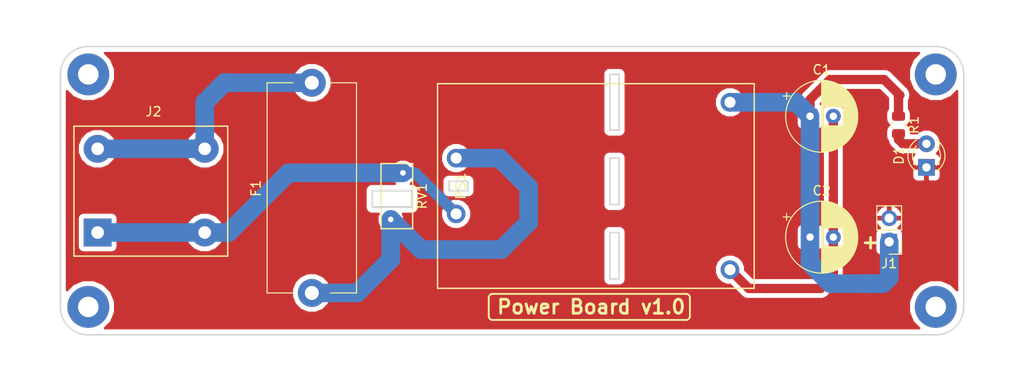
<source format=kicad_pcb>
(kicad_pcb (version 20171130) (host pcbnew "(5.0.1)-3")

  (general
    (thickness 1.6)
    (drawings 38)
    (tracks 48)
    (zones 0)
    (modules 13)
    (nets 8)
  )

  (page A4)
  (layers
    (0 F.Cu signal)
    (31 B.Cu signal)
    (32 B.Adhes user)
    (33 F.Adhes user)
    (34 B.Paste user)
    (35 F.Paste user)
    (36 B.SilkS user)
    (37 F.SilkS user)
    (38 B.Mask user)
    (39 F.Mask user)
    (40 Dwgs.User user)
    (41 Cmts.User user)
    (42 Eco1.User user)
    (43 Eco2.User user)
    (44 Edge.Cuts user)
    (45 Margin user)
    (46 B.CrtYd user)
    (47 F.CrtYd user)
    (48 B.Fab user)
    (49 F.Fab user)
  )

  (setup
    (last_trace_width 1)
    (trace_clearance 0.2)
    (zone_clearance 0.508)
    (zone_45_only no)
    (trace_min 0.2)
    (segment_width 0.2)
    (edge_width 0.15)
    (via_size 0.8)
    (via_drill 0.4)
    (via_min_size 0.4)
    (via_min_drill 0.3)
    (uvia_size 0.3)
    (uvia_drill 0.1)
    (uvias_allowed no)
    (uvia_min_size 0.2)
    (uvia_min_drill 0.1)
    (pcb_text_width 0.3)
    (pcb_text_size 1.5 1.5)
    (mod_edge_width 0.15)
    (mod_text_size 1 1)
    (mod_text_width 0.15)
    (pad_size 4.5 4.5)
    (pad_drill 2.2)
    (pad_to_mask_clearance 0.051)
    (solder_mask_min_width 0.25)
    (aux_axis_origin 0 0)
    (visible_elements 7FFFFFFF)
    (pcbplotparams
      (layerselection 0x010fc_ffffffff)
      (usegerberextensions false)
      (usegerberattributes false)
      (usegerberadvancedattributes false)
      (creategerberjobfile false)
      (excludeedgelayer true)
      (linewidth 0.100000)
      (plotframeref false)
      (viasonmask false)
      (mode 1)
      (useauxorigin false)
      (hpglpennumber 1)
      (hpglpenspeed 20)
      (hpglpendiameter 15.000000)
      (psnegative false)
      (psa4output false)
      (plotreference true)
      (plotvalue true)
      (plotinvisibletext false)
      (padsonsilk false)
      (subtractmaskfromsilk false)
      (outputformat 1)
      (mirror false)
      (drillshape 0)
      (scaleselection 1)
      (outputdirectory "gerber/"))
  )

  (net 0 "")
  (net 1 "Net-(C1-Pad2)")
  (net 2 "Net-(F1-Pad1)")
  (net 3 "Net-(F1-Pad2)")
  (net 4 "Net-(J2-Pad1)")
  (net 5 GND)
  (net 6 5V)
  (net 7 "Net-(D1-Pad2)")

  (net_class Default "This is the default net class."
    (clearance 0.2)
    (trace_width 1)
    (via_dia 0.8)
    (via_drill 0.4)
    (uvia_dia 0.3)
    (uvia_drill 0.1)
    (add_net 5V)
    (add_net GND)
    (add_net "Net-(C1-Pad2)")
    (add_net "Net-(D1-Pad2)")
    (add_net "Net-(F1-Pad1)")
    (add_net "Net-(F1-Pad2)")
    (add_net "Net-(J2-Pad1)")
  )

  (module MountingHole:MountingHole_2.2mm_M2 (layer F.Cu) (tedit 602BD4CB) (tstamp 605961B7)
    (at 148 68)
    (descr "Mounting Hole 2.2mm, no annular, M2")
    (tags "mounting hole 2.2mm no annular m2")
    (attr virtual)
    (fp_text reference MH2 (at 0 -3.2) (layer F.SilkS) hide
      (effects (font (size 1 1) (thickness 0.15)))
    )
    (fp_text value MountingHole_2.2mm_M2 (at 0 3.2) (layer F.Fab)
      (effects (font (size 1 1) (thickness 0.15)))
    )
    (fp_text user %R (at 0.3 0) (layer F.Fab)
      (effects (font (size 1 1) (thickness 0.15)))
    )
    (fp_circle (center 0 0) (end 2.2 0) (layer Cmts.User) (width 0.15))
    (fp_circle (center 0 0) (end 2.45 0) (layer F.CrtYd) (width 0.05))
    (pad "" np_thru_hole circle (at 0 0) (size 4.5 4.5) (drill 2.2) (layers *.Cu *.Mask))
  )

  (module MountingHole:MountingHole_2.2mm_M2 (layer F.Cu) (tedit 602BD4CB) (tstamp 605961A6)
    (at 239 68)
    (descr "Mounting Hole 2.2mm, no annular, M2")
    (tags "mounting hole 2.2mm no annular m2")
    (attr virtual)
    (fp_text reference MH2 (at 0 -3.2) (layer F.SilkS) hide
      (effects (font (size 1 1) (thickness 0.15)))
    )
    (fp_text value MountingHole_2.2mm_M2 (at 0 3.2) (layer F.Fab)
      (effects (font (size 1 1) (thickness 0.15)))
    )
    (fp_circle (center 0 0) (end 2.45 0) (layer F.CrtYd) (width 0.05))
    (fp_circle (center 0 0) (end 2.2 0) (layer Cmts.User) (width 0.15))
    (fp_text user %R (at 0.3 0) (layer F.Fab)
      (effects (font (size 1 1) (thickness 0.15)))
    )
    (pad "" np_thru_hole circle (at 0 0) (size 4.5 4.5) (drill 2.2) (layers *.Cu *.Mask))
  )

  (module MountingHole:MountingHole_2.2mm_M2 (layer F.Cu) (tedit 602BD4CB) (tstamp 6059618D)
    (at 239 43)
    (descr "Mounting Hole 2.2mm, no annular, M2")
    (tags "mounting hole 2.2mm no annular m2")
    (attr virtual)
    (fp_text reference MH2 (at 0 -3.2) (layer F.SilkS) hide
      (effects (font (size 1 1) (thickness 0.15)))
    )
    (fp_text value MountingHole_2.2mm_M2 (at 0 3.2) (layer F.Fab)
      (effects (font (size 1 1) (thickness 0.15)))
    )
    (fp_text user %R (at 0.3 0) (layer F.Fab)
      (effects (font (size 1 1) (thickness 0.15)))
    )
    (fp_circle (center 0 0) (end 2.2 0) (layer Cmts.User) (width 0.15))
    (fp_circle (center 0 0) (end 2.45 0) (layer F.CrtYd) (width 0.05))
    (pad "" np_thru_hole circle (at 0 0) (size 4.5 4.5) (drill 2.2) (layers *.Cu *.Mask))
  )

  (module Fuse:Fuseholder_Cylinder-5x20mm_Stelvio-Kontek_PTF78_Horizontal_Open (layer F.Cu) (tedit 5B7EAE13) (tstamp 602BE6BD)
    (at 172 66.5 90)
    (descr https://www.tme.eu/en/Document/3b48dbe2b9714a62652c97b08fcd464b/PTF78.pdf)
    (tags "Fuseholder horizontal open 5x20 Stelvio-Kontek PTF/78")
    (path /5FFFB33C)
    (fp_text reference F1 (at 11.25 -6 90) (layer F.SilkS)
      (effects (font (size 1 1) (thickness 0.15)))
    )
    (fp_text value Fuse (at 13 6 90) (layer F.Fab)
      (effects (font (size 1 1) (thickness 0.15)))
    )
    (fp_text user %R (at 11.25 4 90) (layer F.Fab)
      (effects (font (size 1 1) (thickness 0.15)))
    )
    (fp_line (start 0.1 -4.7) (end 0.1 4.7) (layer F.Fab) (width 0.1))
    (fp_line (start 0.1 4.7) (end 22.5 4.7) (layer F.Fab) (width 0.1))
    (fp_line (start 22.5 4.7) (end 22.5 -4.7) (layer F.Fab) (width 0.1))
    (fp_line (start 22.5 -4.7) (end 0.1 -4.7) (layer F.Fab) (width 0.1))
    (fp_line (start -0.15 4.95) (end -0.15 1.85) (layer F.CrtYd) (width 0.05))
    (fp_line (start 22.6 4.8) (end 22.6 2) (layer F.SilkS) (width 0.12))
    (fp_line (start 22.6 -2) (end 22.6 -4.8) (layer F.SilkS) (width 0.12))
    (fp_line (start 0 -2) (end 0 -4.8) (layer F.SilkS) (width 0.12))
    (fp_line (start 0 -4.8) (end 22.6 -4.8) (layer F.SilkS) (width 0.12))
    (fp_line (start 22.75 4.95) (end -0.15 4.95) (layer F.CrtYd) (width 0.05))
    (fp_line (start -0.15 -4.95) (end 22.75 -4.95) (layer F.CrtYd) (width 0.05))
    (fp_line (start 0 4.8) (end 22.6 4.8) (layer F.SilkS) (width 0.12))
    (fp_line (start -0.15 -1.85) (end -0.15 -4.95) (layer F.CrtYd) (width 0.05))
    (fp_line (start 22.75 -1.85) (end 22.75 -4.95) (layer F.CrtYd) (width 0.05))
    (fp_line (start 22.75 1.85) (end 22.75 4.95) (layer F.CrtYd) (width 0.05))
    (fp_line (start 0 4.8) (end 0 2) (layer F.SilkS) (width 0.12))
    (fp_line (start 22.75 -1.85) (end 23 -1.85) (layer F.CrtYd) (width 0.05))
    (fp_line (start 24.45 0.45) (end 24.45 -0.45) (layer F.CrtYd) (width 0.05))
    (fp_line (start 24.45 -0.45) (end 24.05 -1.25) (layer F.CrtYd) (width 0.05))
    (fp_line (start 24.05 -1.25) (end 23.35 -1.75) (layer F.CrtYd) (width 0.05))
    (fp_line (start 23.35 -1.75) (end 23 -1.85) (layer F.CrtYd) (width 0.05))
    (fp_line (start 22.75 1.85) (end 23 1.85) (layer F.CrtYd) (width 0.05))
    (fp_line (start 23 1.85) (end 23.35 1.75) (layer F.CrtYd) (width 0.05))
    (fp_line (start 23.35 1.75) (end 24.05 1.25) (layer F.CrtYd) (width 0.05))
    (fp_line (start 24.05 1.25) (end 24.45 0.45) (layer F.CrtYd) (width 0.05))
    (fp_line (start -0.15 -1.85) (end -0.4 -1.85) (layer F.CrtYd) (width 0.05))
    (fp_line (start -0.4 -1.85) (end -0.75 -1.75) (layer F.CrtYd) (width 0.05))
    (fp_line (start -0.75 -1.75) (end -1.45 -1.25) (layer F.CrtYd) (width 0.05))
    (fp_line (start -1.85 -0.45) (end -1.85 0.45) (layer F.CrtYd) (width 0.05))
    (fp_line (start -1.45 1.25) (end -0.75 1.75) (layer F.CrtYd) (width 0.05))
    (fp_line (start -0.75 1.75) (end -0.4 1.85) (layer F.CrtYd) (width 0.05))
    (fp_line (start -0.4 1.85) (end -0.15 1.85) (layer F.CrtYd) (width 0.05))
    (fp_line (start -1.45 1.25) (end -1.85 0.45) (layer F.CrtYd) (width 0.05))
    (fp_line (start -1.85 -0.45) (end -1.45 -1.25) (layer F.CrtYd) (width 0.05))
    (pad 1 thru_hole circle (at 0 0 90) (size 3 3) (drill 1.5) (layers *.Cu *.Mask)
      (net 2 "Net-(F1-Pad1)"))
    (pad 2 thru_hole circle (at 22.6 0 90) (size 3 3) (drill 1.5) (layers *.Cu *.Mask)
      (net 3 "Net-(F1-Pad2)"))
    (model ${KISYS3DMOD}/Fuse.3dshapes/Fuseholder_Cylinder-5x20mm_Stelvio-Kontek_PTF78_Horizontal_Open.wrl
      (at (xyz 0 0 0))
      (scale (xyz 1 1 1))
      (rotate (xyz 0 0 0))
    )
    (model "${KIPRJMOD}/3d-files/Fuse Holder.step"
      (offset (xyz 3.8 22 -8))
      (scale (xyz 1 1 1))
      (rotate (xyz -90 0 0))
    )
  )

  (module Resistor_SMD:R_0805_2012Metric (layer F.Cu) (tedit 5B36C52B) (tstamp 602BE6E4)
    (at 235 48.4375 270)
    (descr "Resistor SMD 0805 (2012 Metric), square (rectangular) end terminal, IPC_7351 nominal, (Body size source: https://docs.google.com/spreadsheets/d/1BsfQQcO9C6DZCsRaXUlFlo91Tg2WpOkGARC1WS5S8t0/edit?usp=sharing), generated with kicad-footprint-generator")
    (tags resistor)
    (path /5FFE8168)
    (attr smd)
    (fp_text reference R1 (at 0 -1.65 270) (layer F.SilkS)
      (effects (font (size 1 1) (thickness 0.15)))
    )
    (fp_text value 220 (at 0 1.65 270) (layer F.Fab)
      (effects (font (size 1 1) (thickness 0.15)))
    )
    (fp_line (start -1 0.6) (end -1 -0.6) (layer F.Fab) (width 0.1))
    (fp_line (start -1 -0.6) (end 1 -0.6) (layer F.Fab) (width 0.1))
    (fp_line (start 1 -0.6) (end 1 0.6) (layer F.Fab) (width 0.1))
    (fp_line (start 1 0.6) (end -1 0.6) (layer F.Fab) (width 0.1))
    (fp_line (start -0.258578 -0.71) (end 0.258578 -0.71) (layer F.SilkS) (width 0.12))
    (fp_line (start -0.258578 0.71) (end 0.258578 0.71) (layer F.SilkS) (width 0.12))
    (fp_line (start -1.68 0.95) (end -1.68 -0.95) (layer F.CrtYd) (width 0.05))
    (fp_line (start -1.68 -0.95) (end 1.68 -0.95) (layer F.CrtYd) (width 0.05))
    (fp_line (start 1.68 -0.95) (end 1.68 0.95) (layer F.CrtYd) (width 0.05))
    (fp_line (start 1.68 0.95) (end -1.68 0.95) (layer F.CrtYd) (width 0.05))
    (fp_text user %R (at 0 0 270) (layer F.Fab)
      (effects (font (size 0.5 0.5) (thickness 0.08)))
    )
    (pad 1 smd roundrect (at -0.9375 0 270) (size 0.975 1.4) (layers F.Cu F.Paste F.Mask) (roundrect_rratio 0.25)
      (net 6 5V))
    (pad 2 smd roundrect (at 0.9375 0 270) (size 0.975 1.4) (layers F.Cu F.Paste F.Mask) (roundrect_rratio 0.25)
      (net 7 "Net-(D1-Pad2)"))
    (model ${KISYS3DMOD}/Resistor_SMD.3dshapes/R_0805_2012Metric.wrl
      (at (xyz 0 0 0))
      (scale (xyz 1 1 1))
      (rotate (xyz 0 0 0))
    )
  )

  (module Varistor:RV_Disc_D7mm_W3.4mm_P5mm (layer F.Cu) (tedit 5A0F68DF) (tstamp 602BEBE0)
    (at 180.48 58.59 90)
    (descr "Varistor, diameter 7mm, width 3.4mm, pitch 5mm")
    (tags "varistor SIOV")
    (path /5FFFB3FA)
    (fp_text reference RV1 (at 2.5 3.35 90) (layer F.SilkS)
      (effects (font (size 1 1) (thickness 0.15)))
    )
    (fp_text value Varistor (at 2.5 -2.05 90) (layer F.Fab)
      (effects (font (size 1 1) (thickness 0.15)))
    )
    (fp_text user %R (at 2.5 0.65 90) (layer F.Fab)
      (effects (font (size 1 1) (thickness 0.15)))
    )
    (fp_line (start -1.25 2.6) (end 6.25 2.6) (layer F.CrtYd) (width 0.05))
    (fp_line (start -1.25 -1.3) (end 6.25 -1.3) (layer F.CrtYd) (width 0.05))
    (fp_line (start 6.25 -1.3) (end 6.25 2.6) (layer F.CrtYd) (width 0.05))
    (fp_line (start -1.25 -1.3) (end -1.25 2.6) (layer F.CrtYd) (width 0.05))
    (fp_line (start -1 2.35) (end 6 2.35) (layer F.SilkS) (width 0.15))
    (fp_line (start -1 -1.05) (end 6 -1.05) (layer F.SilkS) (width 0.15))
    (fp_line (start 6 -1.05) (end 6 2.35) (layer F.SilkS) (width 0.15))
    (fp_line (start -1 -1.05) (end -1 2.35) (layer F.SilkS) (width 0.15))
    (fp_line (start -1 2.35) (end 6 2.35) (layer F.Fab) (width 0.1))
    (fp_line (start -1 -1.05) (end 6 -1.05) (layer F.Fab) (width 0.1))
    (fp_line (start 6 -1.05) (end 6 2.35) (layer F.Fab) (width 0.1))
    (fp_line (start -1 -1.05) (end -1 2.35) (layer F.Fab) (width 0.1))
    (pad 1 thru_hole circle (at 0 0 90) (size 1.6 1.6) (drill 0.6) (layers *.Cu *.Mask)
      (net 2 "Net-(F1-Pad1)"))
    (pad 2 thru_hole circle (at 5 1.3 90) (size 1.6 1.6) (drill 0.6) (layers *.Cu *.Mask)
      (net 4 "Net-(J2-Pad1)"))
    (model ${KISYS3DMOD}/Varistor.3dshapes/RV_Disc_D7mm_W3.4mm_P5mm.wrl
      (at (xyz 0 0 0))
      (scale (xyz 1 1 1))
      (rotate (xyz 0 0 0))
    )
    (model "${KIPRJMOD}/3d-files/Disk Varistor D7,5mm P5mm W4,5mm.stp"
      (offset (xyz 3 0 0))
      (scale (xyz 1 1 1))
      (rotate (xyz 0 0 0))
    )
  )

  (module Pin_Headers:Pin_Header_Straight_1x02_Pitch2.54mm (layer F.Cu) (tedit 59650532) (tstamp 602BEAA2)
    (at 234 61 180)
    (descr "Through hole straight pin header, 1x02, 2.54mm pitch, single row")
    (tags "Through hole pin header THT 1x02 2.54mm single row")
    (path /601116AF)
    (fp_text reference J1 (at 0 -2.33 180) (layer F.SilkS)
      (effects (font (size 1 1) (thickness 0.15)))
    )
    (fp_text value DC-POWER (at 0 4.87 180) (layer F.Fab)
      (effects (font (size 1 1) (thickness 0.15)))
    )
    (fp_line (start -0.635 -1.27) (end 1.27 -1.27) (layer F.Fab) (width 0.1))
    (fp_line (start 1.27 -1.27) (end 1.27 3.81) (layer F.Fab) (width 0.1))
    (fp_line (start 1.27 3.81) (end -1.27 3.81) (layer F.Fab) (width 0.1))
    (fp_line (start -1.27 3.81) (end -1.27 -0.635) (layer F.Fab) (width 0.1))
    (fp_line (start -1.27 -0.635) (end -0.635 -1.27) (layer F.Fab) (width 0.1))
    (fp_line (start -1.33 3.87) (end 1.33 3.87) (layer F.SilkS) (width 0.12))
    (fp_line (start -1.33 1.27) (end -1.33 3.87) (layer F.SilkS) (width 0.12))
    (fp_line (start 1.33 1.27) (end 1.33 3.87) (layer F.SilkS) (width 0.12))
    (fp_line (start -1.33 1.27) (end 1.33 1.27) (layer F.SilkS) (width 0.12))
    (fp_line (start -1.33 0) (end -1.33 -1.33) (layer F.SilkS) (width 0.12))
    (fp_line (start -1.33 -1.33) (end 0 -1.33) (layer F.SilkS) (width 0.12))
    (fp_line (start -1.8 -1.8) (end -1.8 4.35) (layer F.CrtYd) (width 0.05))
    (fp_line (start -1.8 4.35) (end 1.8 4.35) (layer F.CrtYd) (width 0.05))
    (fp_line (start 1.8 4.35) (end 1.8 -1.8) (layer F.CrtYd) (width 0.05))
    (fp_line (start 1.8 -1.8) (end -1.8 -1.8) (layer F.CrtYd) (width 0.05))
    (fp_text user %R (at 0 1.27 270) (layer F.Fab)
      (effects (font (size 1 1) (thickness 0.15)))
    )
    (pad 1 thru_hole rect (at 0 0 180) (size 1.7 1.7) (drill 1) (layers *.Cu *.Mask)
      (net 6 5V))
    (pad 2 thru_hole oval (at 0 2.54 180) (size 1.7 1.7) (drill 1) (layers *.Cu *.Mask)
      (net 5 GND))
    (model ${KISYS3DMOD}/Pin_Headers.3dshapes/Pin_Header_Straight_1x02_Pitch2.54mm.wrl
      (at (xyz 0 0 0))
      (scale (xyz 1 1 1))
      (rotate (xyz 0 0 0))
    )
    (model "${KIPRJMOD}/3d-files/JST 2pin.STEP"
      (offset (xyz 0 -5 5.5))
      (scale (xyz 1 1 1))
      (rotate (xyz 90 90 180))
    )
  )

  (module Capacitor_THT:CP_Radial_D7.5mm_P2.50mm (layer F.Cu) (tedit 5AE50EF0) (tstamp 603B1D5C)
    (at 225.5 47.5)
    (descr "CP, Radial series, Radial, pin pitch=2.50mm, , diameter=7.5mm, Electrolytic Capacitor")
    (tags "CP Radial series Radial pin pitch 2.50mm  diameter 7.5mm Electrolytic Capacitor")
    (path /5FFFF469)
    (fp_text reference C1 (at 1.25 -5) (layer F.SilkS)
      (effects (font (size 1 1) (thickness 0.15)))
    )
    (fp_text value 1uf (at 1.25 5) (layer F.Fab)
      (effects (font (size 1 1) (thickness 0.15)))
    )
    (fp_circle (center 1.25 0) (end 5 0) (layer F.Fab) (width 0.1))
    (fp_circle (center 1.25 0) (end 5.12 0) (layer F.SilkS) (width 0.12))
    (fp_circle (center 1.25 0) (end 5.25 0) (layer F.CrtYd) (width 0.05))
    (fp_line (start -1.961233 -1.6375) (end -1.211233 -1.6375) (layer F.Fab) (width 0.1))
    (fp_line (start -1.586233 -2.0125) (end -1.586233 -1.2625) (layer F.Fab) (width 0.1))
    (fp_line (start 1.25 -3.83) (end 1.25 3.83) (layer F.SilkS) (width 0.12))
    (fp_line (start 1.29 -3.83) (end 1.29 3.83) (layer F.SilkS) (width 0.12))
    (fp_line (start 1.33 -3.83) (end 1.33 3.83) (layer F.SilkS) (width 0.12))
    (fp_line (start 1.37 -3.829) (end 1.37 3.829) (layer F.SilkS) (width 0.12))
    (fp_line (start 1.41 -3.827) (end 1.41 3.827) (layer F.SilkS) (width 0.12))
    (fp_line (start 1.45 -3.825) (end 1.45 3.825) (layer F.SilkS) (width 0.12))
    (fp_line (start 1.49 -3.823) (end 1.49 -1.04) (layer F.SilkS) (width 0.12))
    (fp_line (start 1.49 1.04) (end 1.49 3.823) (layer F.SilkS) (width 0.12))
    (fp_line (start 1.53 -3.82) (end 1.53 -1.04) (layer F.SilkS) (width 0.12))
    (fp_line (start 1.53 1.04) (end 1.53 3.82) (layer F.SilkS) (width 0.12))
    (fp_line (start 1.57 -3.817) (end 1.57 -1.04) (layer F.SilkS) (width 0.12))
    (fp_line (start 1.57 1.04) (end 1.57 3.817) (layer F.SilkS) (width 0.12))
    (fp_line (start 1.61 -3.814) (end 1.61 -1.04) (layer F.SilkS) (width 0.12))
    (fp_line (start 1.61 1.04) (end 1.61 3.814) (layer F.SilkS) (width 0.12))
    (fp_line (start 1.65 -3.81) (end 1.65 -1.04) (layer F.SilkS) (width 0.12))
    (fp_line (start 1.65 1.04) (end 1.65 3.81) (layer F.SilkS) (width 0.12))
    (fp_line (start 1.69 -3.805) (end 1.69 -1.04) (layer F.SilkS) (width 0.12))
    (fp_line (start 1.69 1.04) (end 1.69 3.805) (layer F.SilkS) (width 0.12))
    (fp_line (start 1.73 -3.801) (end 1.73 -1.04) (layer F.SilkS) (width 0.12))
    (fp_line (start 1.73 1.04) (end 1.73 3.801) (layer F.SilkS) (width 0.12))
    (fp_line (start 1.77 -3.795) (end 1.77 -1.04) (layer F.SilkS) (width 0.12))
    (fp_line (start 1.77 1.04) (end 1.77 3.795) (layer F.SilkS) (width 0.12))
    (fp_line (start 1.81 -3.79) (end 1.81 -1.04) (layer F.SilkS) (width 0.12))
    (fp_line (start 1.81 1.04) (end 1.81 3.79) (layer F.SilkS) (width 0.12))
    (fp_line (start 1.85 -3.784) (end 1.85 -1.04) (layer F.SilkS) (width 0.12))
    (fp_line (start 1.85 1.04) (end 1.85 3.784) (layer F.SilkS) (width 0.12))
    (fp_line (start 1.89 -3.777) (end 1.89 -1.04) (layer F.SilkS) (width 0.12))
    (fp_line (start 1.89 1.04) (end 1.89 3.777) (layer F.SilkS) (width 0.12))
    (fp_line (start 1.93 -3.77) (end 1.93 -1.04) (layer F.SilkS) (width 0.12))
    (fp_line (start 1.93 1.04) (end 1.93 3.77) (layer F.SilkS) (width 0.12))
    (fp_line (start 1.971 -3.763) (end 1.971 -1.04) (layer F.SilkS) (width 0.12))
    (fp_line (start 1.971 1.04) (end 1.971 3.763) (layer F.SilkS) (width 0.12))
    (fp_line (start 2.011 -3.755) (end 2.011 -1.04) (layer F.SilkS) (width 0.12))
    (fp_line (start 2.011 1.04) (end 2.011 3.755) (layer F.SilkS) (width 0.12))
    (fp_line (start 2.051 -3.747) (end 2.051 -1.04) (layer F.SilkS) (width 0.12))
    (fp_line (start 2.051 1.04) (end 2.051 3.747) (layer F.SilkS) (width 0.12))
    (fp_line (start 2.091 -3.738) (end 2.091 -1.04) (layer F.SilkS) (width 0.12))
    (fp_line (start 2.091 1.04) (end 2.091 3.738) (layer F.SilkS) (width 0.12))
    (fp_line (start 2.131 -3.729) (end 2.131 -1.04) (layer F.SilkS) (width 0.12))
    (fp_line (start 2.131 1.04) (end 2.131 3.729) (layer F.SilkS) (width 0.12))
    (fp_line (start 2.171 -3.72) (end 2.171 -1.04) (layer F.SilkS) (width 0.12))
    (fp_line (start 2.171 1.04) (end 2.171 3.72) (layer F.SilkS) (width 0.12))
    (fp_line (start 2.211 -3.71) (end 2.211 -1.04) (layer F.SilkS) (width 0.12))
    (fp_line (start 2.211 1.04) (end 2.211 3.71) (layer F.SilkS) (width 0.12))
    (fp_line (start 2.251 -3.699) (end 2.251 -1.04) (layer F.SilkS) (width 0.12))
    (fp_line (start 2.251 1.04) (end 2.251 3.699) (layer F.SilkS) (width 0.12))
    (fp_line (start 2.291 -3.688) (end 2.291 -1.04) (layer F.SilkS) (width 0.12))
    (fp_line (start 2.291 1.04) (end 2.291 3.688) (layer F.SilkS) (width 0.12))
    (fp_line (start 2.331 -3.677) (end 2.331 -1.04) (layer F.SilkS) (width 0.12))
    (fp_line (start 2.331 1.04) (end 2.331 3.677) (layer F.SilkS) (width 0.12))
    (fp_line (start 2.371 -3.665) (end 2.371 -1.04) (layer F.SilkS) (width 0.12))
    (fp_line (start 2.371 1.04) (end 2.371 3.665) (layer F.SilkS) (width 0.12))
    (fp_line (start 2.411 -3.653) (end 2.411 -1.04) (layer F.SilkS) (width 0.12))
    (fp_line (start 2.411 1.04) (end 2.411 3.653) (layer F.SilkS) (width 0.12))
    (fp_line (start 2.451 -3.64) (end 2.451 -1.04) (layer F.SilkS) (width 0.12))
    (fp_line (start 2.451 1.04) (end 2.451 3.64) (layer F.SilkS) (width 0.12))
    (fp_line (start 2.491 -3.626) (end 2.491 -1.04) (layer F.SilkS) (width 0.12))
    (fp_line (start 2.491 1.04) (end 2.491 3.626) (layer F.SilkS) (width 0.12))
    (fp_line (start 2.531 -3.613) (end 2.531 -1.04) (layer F.SilkS) (width 0.12))
    (fp_line (start 2.531 1.04) (end 2.531 3.613) (layer F.SilkS) (width 0.12))
    (fp_line (start 2.571 -3.598) (end 2.571 -1.04) (layer F.SilkS) (width 0.12))
    (fp_line (start 2.571 1.04) (end 2.571 3.598) (layer F.SilkS) (width 0.12))
    (fp_line (start 2.611 -3.584) (end 2.611 -1.04) (layer F.SilkS) (width 0.12))
    (fp_line (start 2.611 1.04) (end 2.611 3.584) (layer F.SilkS) (width 0.12))
    (fp_line (start 2.651 -3.568) (end 2.651 -1.04) (layer F.SilkS) (width 0.12))
    (fp_line (start 2.651 1.04) (end 2.651 3.568) (layer F.SilkS) (width 0.12))
    (fp_line (start 2.691 -3.553) (end 2.691 -1.04) (layer F.SilkS) (width 0.12))
    (fp_line (start 2.691 1.04) (end 2.691 3.553) (layer F.SilkS) (width 0.12))
    (fp_line (start 2.731 -3.536) (end 2.731 -1.04) (layer F.SilkS) (width 0.12))
    (fp_line (start 2.731 1.04) (end 2.731 3.536) (layer F.SilkS) (width 0.12))
    (fp_line (start 2.771 -3.52) (end 2.771 -1.04) (layer F.SilkS) (width 0.12))
    (fp_line (start 2.771 1.04) (end 2.771 3.52) (layer F.SilkS) (width 0.12))
    (fp_line (start 2.811 -3.502) (end 2.811 -1.04) (layer F.SilkS) (width 0.12))
    (fp_line (start 2.811 1.04) (end 2.811 3.502) (layer F.SilkS) (width 0.12))
    (fp_line (start 2.851 -3.484) (end 2.851 -1.04) (layer F.SilkS) (width 0.12))
    (fp_line (start 2.851 1.04) (end 2.851 3.484) (layer F.SilkS) (width 0.12))
    (fp_line (start 2.891 -3.466) (end 2.891 -1.04) (layer F.SilkS) (width 0.12))
    (fp_line (start 2.891 1.04) (end 2.891 3.466) (layer F.SilkS) (width 0.12))
    (fp_line (start 2.931 -3.447) (end 2.931 -1.04) (layer F.SilkS) (width 0.12))
    (fp_line (start 2.931 1.04) (end 2.931 3.447) (layer F.SilkS) (width 0.12))
    (fp_line (start 2.971 -3.427) (end 2.971 -1.04) (layer F.SilkS) (width 0.12))
    (fp_line (start 2.971 1.04) (end 2.971 3.427) (layer F.SilkS) (width 0.12))
    (fp_line (start 3.011 -3.407) (end 3.011 -1.04) (layer F.SilkS) (width 0.12))
    (fp_line (start 3.011 1.04) (end 3.011 3.407) (layer F.SilkS) (width 0.12))
    (fp_line (start 3.051 -3.386) (end 3.051 -1.04) (layer F.SilkS) (width 0.12))
    (fp_line (start 3.051 1.04) (end 3.051 3.386) (layer F.SilkS) (width 0.12))
    (fp_line (start 3.091 -3.365) (end 3.091 -1.04) (layer F.SilkS) (width 0.12))
    (fp_line (start 3.091 1.04) (end 3.091 3.365) (layer F.SilkS) (width 0.12))
    (fp_line (start 3.131 -3.343) (end 3.131 -1.04) (layer F.SilkS) (width 0.12))
    (fp_line (start 3.131 1.04) (end 3.131 3.343) (layer F.SilkS) (width 0.12))
    (fp_line (start 3.171 -3.321) (end 3.171 -1.04) (layer F.SilkS) (width 0.12))
    (fp_line (start 3.171 1.04) (end 3.171 3.321) (layer F.SilkS) (width 0.12))
    (fp_line (start 3.211 -3.297) (end 3.211 -1.04) (layer F.SilkS) (width 0.12))
    (fp_line (start 3.211 1.04) (end 3.211 3.297) (layer F.SilkS) (width 0.12))
    (fp_line (start 3.251 -3.274) (end 3.251 -1.04) (layer F.SilkS) (width 0.12))
    (fp_line (start 3.251 1.04) (end 3.251 3.274) (layer F.SilkS) (width 0.12))
    (fp_line (start 3.291 -3.249) (end 3.291 -1.04) (layer F.SilkS) (width 0.12))
    (fp_line (start 3.291 1.04) (end 3.291 3.249) (layer F.SilkS) (width 0.12))
    (fp_line (start 3.331 -3.224) (end 3.331 -1.04) (layer F.SilkS) (width 0.12))
    (fp_line (start 3.331 1.04) (end 3.331 3.224) (layer F.SilkS) (width 0.12))
    (fp_line (start 3.371 -3.198) (end 3.371 -1.04) (layer F.SilkS) (width 0.12))
    (fp_line (start 3.371 1.04) (end 3.371 3.198) (layer F.SilkS) (width 0.12))
    (fp_line (start 3.411 -3.172) (end 3.411 -1.04) (layer F.SilkS) (width 0.12))
    (fp_line (start 3.411 1.04) (end 3.411 3.172) (layer F.SilkS) (width 0.12))
    (fp_line (start 3.451 -3.144) (end 3.451 -1.04) (layer F.SilkS) (width 0.12))
    (fp_line (start 3.451 1.04) (end 3.451 3.144) (layer F.SilkS) (width 0.12))
    (fp_line (start 3.491 -3.116) (end 3.491 -1.04) (layer F.SilkS) (width 0.12))
    (fp_line (start 3.491 1.04) (end 3.491 3.116) (layer F.SilkS) (width 0.12))
    (fp_line (start 3.531 -3.088) (end 3.531 -1.04) (layer F.SilkS) (width 0.12))
    (fp_line (start 3.531 1.04) (end 3.531 3.088) (layer F.SilkS) (width 0.12))
    (fp_line (start 3.571 -3.058) (end 3.571 3.058) (layer F.SilkS) (width 0.12))
    (fp_line (start 3.611 -3.028) (end 3.611 3.028) (layer F.SilkS) (width 0.12))
    (fp_line (start 3.651 -2.996) (end 3.651 2.996) (layer F.SilkS) (width 0.12))
    (fp_line (start 3.691 -2.964) (end 3.691 2.964) (layer F.SilkS) (width 0.12))
    (fp_line (start 3.731 -2.931) (end 3.731 2.931) (layer F.SilkS) (width 0.12))
    (fp_line (start 3.771 -2.898) (end 3.771 2.898) (layer F.SilkS) (width 0.12))
    (fp_line (start 3.811 -2.863) (end 3.811 2.863) (layer F.SilkS) (width 0.12))
    (fp_line (start 3.851 -2.827) (end 3.851 2.827) (layer F.SilkS) (width 0.12))
    (fp_line (start 3.891 -2.79) (end 3.891 2.79) (layer F.SilkS) (width 0.12))
    (fp_line (start 3.931 -2.752) (end 3.931 2.752) (layer F.SilkS) (width 0.12))
    (fp_line (start 3.971 -2.713) (end 3.971 2.713) (layer F.SilkS) (width 0.12))
    (fp_line (start 4.011 -2.673) (end 4.011 2.673) (layer F.SilkS) (width 0.12))
    (fp_line (start 4.051 -2.632) (end 4.051 2.632) (layer F.SilkS) (width 0.12))
    (fp_line (start 4.091 -2.589) (end 4.091 2.589) (layer F.SilkS) (width 0.12))
    (fp_line (start 4.131 -2.546) (end 4.131 2.546) (layer F.SilkS) (width 0.12))
    (fp_line (start 4.171 -2.5) (end 4.171 2.5) (layer F.SilkS) (width 0.12))
    (fp_line (start 4.211 -2.454) (end 4.211 2.454) (layer F.SilkS) (width 0.12))
    (fp_line (start 4.251 -2.405) (end 4.251 2.405) (layer F.SilkS) (width 0.12))
    (fp_line (start 4.291 -2.355) (end 4.291 2.355) (layer F.SilkS) (width 0.12))
    (fp_line (start 4.331 -2.304) (end 4.331 2.304) (layer F.SilkS) (width 0.12))
    (fp_line (start 4.371 -2.25) (end 4.371 2.25) (layer F.SilkS) (width 0.12))
    (fp_line (start 4.411 -2.195) (end 4.411 2.195) (layer F.SilkS) (width 0.12))
    (fp_line (start 4.451 -2.137) (end 4.451 2.137) (layer F.SilkS) (width 0.12))
    (fp_line (start 4.491 -2.077) (end 4.491 2.077) (layer F.SilkS) (width 0.12))
    (fp_line (start 4.531 -2.014) (end 4.531 2.014) (layer F.SilkS) (width 0.12))
    (fp_line (start 4.571 -1.949) (end 4.571 1.949) (layer F.SilkS) (width 0.12))
    (fp_line (start 4.611 -1.881) (end 4.611 1.881) (layer F.SilkS) (width 0.12))
    (fp_line (start 4.651 -1.809) (end 4.651 1.809) (layer F.SilkS) (width 0.12))
    (fp_line (start 4.691 -1.733) (end 4.691 1.733) (layer F.SilkS) (width 0.12))
    (fp_line (start 4.731 -1.654) (end 4.731 1.654) (layer F.SilkS) (width 0.12))
    (fp_line (start 4.771 -1.569) (end 4.771 1.569) (layer F.SilkS) (width 0.12))
    (fp_line (start 4.811 -1.478) (end 4.811 1.478) (layer F.SilkS) (width 0.12))
    (fp_line (start 4.851 -1.381) (end 4.851 1.381) (layer F.SilkS) (width 0.12))
    (fp_line (start 4.891 -1.275) (end 4.891 1.275) (layer F.SilkS) (width 0.12))
    (fp_line (start 4.931 -1.158) (end 4.931 1.158) (layer F.SilkS) (width 0.12))
    (fp_line (start 4.971 -1.028) (end 4.971 1.028) (layer F.SilkS) (width 0.12))
    (fp_line (start 5.011 -0.877) (end 5.011 0.877) (layer F.SilkS) (width 0.12))
    (fp_line (start 5.051 -0.693) (end 5.051 0.693) (layer F.SilkS) (width 0.12))
    (fp_line (start 5.091 -0.441) (end 5.091 0.441) (layer F.SilkS) (width 0.12))
    (fp_line (start -2.892211 -2.175) (end -2.142211 -2.175) (layer F.SilkS) (width 0.12))
    (fp_line (start -2.517211 -2.55) (end -2.517211 -1.8) (layer F.SilkS) (width 0.12))
    (fp_text user %R (at 1.25 0) (layer F.Fab)
      (effects (font (size 1 1) (thickness 0.15)))
    )
    (pad 1 thru_hole rect (at 0 0) (size 1.6 1.6) (drill 0.8) (layers *.Cu *.Mask)
      (net 6 5V))
    (pad 2 thru_hole circle (at 2.5 0) (size 1.6 1.6) (drill 0.8) (layers *.Cu *.Mask)
      (net 1 "Net-(C1-Pad2)"))
    (model ${KISYS3DMOD}/Capacitor_THT.3dshapes/CP_Radial_D7.5mm_P2.50mm.wrl
      (at (xyz 0 0 0))
      (scale (xyz 1 1 1))
      (rotate (xyz 0 0 0))
    )
  )

  (module Capacitor_THT:CP_Radial_D7.5mm_P2.50mm (layer F.Cu) (tedit 5AE50EF0) (tstamp 603B1DFE)
    (at 225.5 60.5)
    (descr "CP, Radial series, Radial, pin pitch=2.50mm, , diameter=7.5mm, Electrolytic Capacitor")
    (tags "CP Radial series Radial pin pitch 2.50mm  diameter 7.5mm Electrolytic Capacitor")
    (path /60000640)
    (fp_text reference C2 (at 1.25 -5) (layer F.SilkS)
      (effects (font (size 1 1) (thickness 0.15)))
    )
    (fp_text value 220UF (at 1.25 5) (layer F.Fab)
      (effects (font (size 1 1) (thickness 0.15)))
    )
    (fp_text user %R (at 1.25 0) (layer F.Fab)
      (effects (font (size 1 1) (thickness 0.15)))
    )
    (fp_line (start -2.517211 -2.55) (end -2.517211 -1.8) (layer F.SilkS) (width 0.12))
    (fp_line (start -2.892211 -2.175) (end -2.142211 -2.175) (layer F.SilkS) (width 0.12))
    (fp_line (start 5.091 -0.441) (end 5.091 0.441) (layer F.SilkS) (width 0.12))
    (fp_line (start 5.051 -0.693) (end 5.051 0.693) (layer F.SilkS) (width 0.12))
    (fp_line (start 5.011 -0.877) (end 5.011 0.877) (layer F.SilkS) (width 0.12))
    (fp_line (start 4.971 -1.028) (end 4.971 1.028) (layer F.SilkS) (width 0.12))
    (fp_line (start 4.931 -1.158) (end 4.931 1.158) (layer F.SilkS) (width 0.12))
    (fp_line (start 4.891 -1.275) (end 4.891 1.275) (layer F.SilkS) (width 0.12))
    (fp_line (start 4.851 -1.381) (end 4.851 1.381) (layer F.SilkS) (width 0.12))
    (fp_line (start 4.811 -1.478) (end 4.811 1.478) (layer F.SilkS) (width 0.12))
    (fp_line (start 4.771 -1.569) (end 4.771 1.569) (layer F.SilkS) (width 0.12))
    (fp_line (start 4.731 -1.654) (end 4.731 1.654) (layer F.SilkS) (width 0.12))
    (fp_line (start 4.691 -1.733) (end 4.691 1.733) (layer F.SilkS) (width 0.12))
    (fp_line (start 4.651 -1.809) (end 4.651 1.809) (layer F.SilkS) (width 0.12))
    (fp_line (start 4.611 -1.881) (end 4.611 1.881) (layer F.SilkS) (width 0.12))
    (fp_line (start 4.571 -1.949) (end 4.571 1.949) (layer F.SilkS) (width 0.12))
    (fp_line (start 4.531 -2.014) (end 4.531 2.014) (layer F.SilkS) (width 0.12))
    (fp_line (start 4.491 -2.077) (end 4.491 2.077) (layer F.SilkS) (width 0.12))
    (fp_line (start 4.451 -2.137) (end 4.451 2.137) (layer F.SilkS) (width 0.12))
    (fp_line (start 4.411 -2.195) (end 4.411 2.195) (layer F.SilkS) (width 0.12))
    (fp_line (start 4.371 -2.25) (end 4.371 2.25) (layer F.SilkS) (width 0.12))
    (fp_line (start 4.331 -2.304) (end 4.331 2.304) (layer F.SilkS) (width 0.12))
    (fp_line (start 4.291 -2.355) (end 4.291 2.355) (layer F.SilkS) (width 0.12))
    (fp_line (start 4.251 -2.405) (end 4.251 2.405) (layer F.SilkS) (width 0.12))
    (fp_line (start 4.211 -2.454) (end 4.211 2.454) (layer F.SilkS) (width 0.12))
    (fp_line (start 4.171 -2.5) (end 4.171 2.5) (layer F.SilkS) (width 0.12))
    (fp_line (start 4.131 -2.546) (end 4.131 2.546) (layer F.SilkS) (width 0.12))
    (fp_line (start 4.091 -2.589) (end 4.091 2.589) (layer F.SilkS) (width 0.12))
    (fp_line (start 4.051 -2.632) (end 4.051 2.632) (layer F.SilkS) (width 0.12))
    (fp_line (start 4.011 -2.673) (end 4.011 2.673) (layer F.SilkS) (width 0.12))
    (fp_line (start 3.971 -2.713) (end 3.971 2.713) (layer F.SilkS) (width 0.12))
    (fp_line (start 3.931 -2.752) (end 3.931 2.752) (layer F.SilkS) (width 0.12))
    (fp_line (start 3.891 -2.79) (end 3.891 2.79) (layer F.SilkS) (width 0.12))
    (fp_line (start 3.851 -2.827) (end 3.851 2.827) (layer F.SilkS) (width 0.12))
    (fp_line (start 3.811 -2.863) (end 3.811 2.863) (layer F.SilkS) (width 0.12))
    (fp_line (start 3.771 -2.898) (end 3.771 2.898) (layer F.SilkS) (width 0.12))
    (fp_line (start 3.731 -2.931) (end 3.731 2.931) (layer F.SilkS) (width 0.12))
    (fp_line (start 3.691 -2.964) (end 3.691 2.964) (layer F.SilkS) (width 0.12))
    (fp_line (start 3.651 -2.996) (end 3.651 2.996) (layer F.SilkS) (width 0.12))
    (fp_line (start 3.611 -3.028) (end 3.611 3.028) (layer F.SilkS) (width 0.12))
    (fp_line (start 3.571 -3.058) (end 3.571 3.058) (layer F.SilkS) (width 0.12))
    (fp_line (start 3.531 1.04) (end 3.531 3.088) (layer F.SilkS) (width 0.12))
    (fp_line (start 3.531 -3.088) (end 3.531 -1.04) (layer F.SilkS) (width 0.12))
    (fp_line (start 3.491 1.04) (end 3.491 3.116) (layer F.SilkS) (width 0.12))
    (fp_line (start 3.491 -3.116) (end 3.491 -1.04) (layer F.SilkS) (width 0.12))
    (fp_line (start 3.451 1.04) (end 3.451 3.144) (layer F.SilkS) (width 0.12))
    (fp_line (start 3.451 -3.144) (end 3.451 -1.04) (layer F.SilkS) (width 0.12))
    (fp_line (start 3.411 1.04) (end 3.411 3.172) (layer F.SilkS) (width 0.12))
    (fp_line (start 3.411 -3.172) (end 3.411 -1.04) (layer F.SilkS) (width 0.12))
    (fp_line (start 3.371 1.04) (end 3.371 3.198) (layer F.SilkS) (width 0.12))
    (fp_line (start 3.371 -3.198) (end 3.371 -1.04) (layer F.SilkS) (width 0.12))
    (fp_line (start 3.331 1.04) (end 3.331 3.224) (layer F.SilkS) (width 0.12))
    (fp_line (start 3.331 -3.224) (end 3.331 -1.04) (layer F.SilkS) (width 0.12))
    (fp_line (start 3.291 1.04) (end 3.291 3.249) (layer F.SilkS) (width 0.12))
    (fp_line (start 3.291 -3.249) (end 3.291 -1.04) (layer F.SilkS) (width 0.12))
    (fp_line (start 3.251 1.04) (end 3.251 3.274) (layer F.SilkS) (width 0.12))
    (fp_line (start 3.251 -3.274) (end 3.251 -1.04) (layer F.SilkS) (width 0.12))
    (fp_line (start 3.211 1.04) (end 3.211 3.297) (layer F.SilkS) (width 0.12))
    (fp_line (start 3.211 -3.297) (end 3.211 -1.04) (layer F.SilkS) (width 0.12))
    (fp_line (start 3.171 1.04) (end 3.171 3.321) (layer F.SilkS) (width 0.12))
    (fp_line (start 3.171 -3.321) (end 3.171 -1.04) (layer F.SilkS) (width 0.12))
    (fp_line (start 3.131 1.04) (end 3.131 3.343) (layer F.SilkS) (width 0.12))
    (fp_line (start 3.131 -3.343) (end 3.131 -1.04) (layer F.SilkS) (width 0.12))
    (fp_line (start 3.091 1.04) (end 3.091 3.365) (layer F.SilkS) (width 0.12))
    (fp_line (start 3.091 -3.365) (end 3.091 -1.04) (layer F.SilkS) (width 0.12))
    (fp_line (start 3.051 1.04) (end 3.051 3.386) (layer F.SilkS) (width 0.12))
    (fp_line (start 3.051 -3.386) (end 3.051 -1.04) (layer F.SilkS) (width 0.12))
    (fp_line (start 3.011 1.04) (end 3.011 3.407) (layer F.SilkS) (width 0.12))
    (fp_line (start 3.011 -3.407) (end 3.011 -1.04) (layer F.SilkS) (width 0.12))
    (fp_line (start 2.971 1.04) (end 2.971 3.427) (layer F.SilkS) (width 0.12))
    (fp_line (start 2.971 -3.427) (end 2.971 -1.04) (layer F.SilkS) (width 0.12))
    (fp_line (start 2.931 1.04) (end 2.931 3.447) (layer F.SilkS) (width 0.12))
    (fp_line (start 2.931 -3.447) (end 2.931 -1.04) (layer F.SilkS) (width 0.12))
    (fp_line (start 2.891 1.04) (end 2.891 3.466) (layer F.SilkS) (width 0.12))
    (fp_line (start 2.891 -3.466) (end 2.891 -1.04) (layer F.SilkS) (width 0.12))
    (fp_line (start 2.851 1.04) (end 2.851 3.484) (layer F.SilkS) (width 0.12))
    (fp_line (start 2.851 -3.484) (end 2.851 -1.04) (layer F.SilkS) (width 0.12))
    (fp_line (start 2.811 1.04) (end 2.811 3.502) (layer F.SilkS) (width 0.12))
    (fp_line (start 2.811 -3.502) (end 2.811 -1.04) (layer F.SilkS) (width 0.12))
    (fp_line (start 2.771 1.04) (end 2.771 3.52) (layer F.SilkS) (width 0.12))
    (fp_line (start 2.771 -3.52) (end 2.771 -1.04) (layer F.SilkS) (width 0.12))
    (fp_line (start 2.731 1.04) (end 2.731 3.536) (layer F.SilkS) (width 0.12))
    (fp_line (start 2.731 -3.536) (end 2.731 -1.04) (layer F.SilkS) (width 0.12))
    (fp_line (start 2.691 1.04) (end 2.691 3.553) (layer F.SilkS) (width 0.12))
    (fp_line (start 2.691 -3.553) (end 2.691 -1.04) (layer F.SilkS) (width 0.12))
    (fp_line (start 2.651 1.04) (end 2.651 3.568) (layer F.SilkS) (width 0.12))
    (fp_line (start 2.651 -3.568) (end 2.651 -1.04) (layer F.SilkS) (width 0.12))
    (fp_line (start 2.611 1.04) (end 2.611 3.584) (layer F.SilkS) (width 0.12))
    (fp_line (start 2.611 -3.584) (end 2.611 -1.04) (layer F.SilkS) (width 0.12))
    (fp_line (start 2.571 1.04) (end 2.571 3.598) (layer F.SilkS) (width 0.12))
    (fp_line (start 2.571 -3.598) (end 2.571 -1.04) (layer F.SilkS) (width 0.12))
    (fp_line (start 2.531 1.04) (end 2.531 3.613) (layer F.SilkS) (width 0.12))
    (fp_line (start 2.531 -3.613) (end 2.531 -1.04) (layer F.SilkS) (width 0.12))
    (fp_line (start 2.491 1.04) (end 2.491 3.626) (layer F.SilkS) (width 0.12))
    (fp_line (start 2.491 -3.626) (end 2.491 -1.04) (layer F.SilkS) (width 0.12))
    (fp_line (start 2.451 1.04) (end 2.451 3.64) (layer F.SilkS) (width 0.12))
    (fp_line (start 2.451 -3.64) (end 2.451 -1.04) (layer F.SilkS) (width 0.12))
    (fp_line (start 2.411 1.04) (end 2.411 3.653) (layer F.SilkS) (width 0.12))
    (fp_line (start 2.411 -3.653) (end 2.411 -1.04) (layer F.SilkS) (width 0.12))
    (fp_line (start 2.371 1.04) (end 2.371 3.665) (layer F.SilkS) (width 0.12))
    (fp_line (start 2.371 -3.665) (end 2.371 -1.04) (layer F.SilkS) (width 0.12))
    (fp_line (start 2.331 1.04) (end 2.331 3.677) (layer F.SilkS) (width 0.12))
    (fp_line (start 2.331 -3.677) (end 2.331 -1.04) (layer F.SilkS) (width 0.12))
    (fp_line (start 2.291 1.04) (end 2.291 3.688) (layer F.SilkS) (width 0.12))
    (fp_line (start 2.291 -3.688) (end 2.291 -1.04) (layer F.SilkS) (width 0.12))
    (fp_line (start 2.251 1.04) (end 2.251 3.699) (layer F.SilkS) (width 0.12))
    (fp_line (start 2.251 -3.699) (end 2.251 -1.04) (layer F.SilkS) (width 0.12))
    (fp_line (start 2.211 1.04) (end 2.211 3.71) (layer F.SilkS) (width 0.12))
    (fp_line (start 2.211 -3.71) (end 2.211 -1.04) (layer F.SilkS) (width 0.12))
    (fp_line (start 2.171 1.04) (end 2.171 3.72) (layer F.SilkS) (width 0.12))
    (fp_line (start 2.171 -3.72) (end 2.171 -1.04) (layer F.SilkS) (width 0.12))
    (fp_line (start 2.131 1.04) (end 2.131 3.729) (layer F.SilkS) (width 0.12))
    (fp_line (start 2.131 -3.729) (end 2.131 -1.04) (layer F.SilkS) (width 0.12))
    (fp_line (start 2.091 1.04) (end 2.091 3.738) (layer F.SilkS) (width 0.12))
    (fp_line (start 2.091 -3.738) (end 2.091 -1.04) (layer F.SilkS) (width 0.12))
    (fp_line (start 2.051 1.04) (end 2.051 3.747) (layer F.SilkS) (width 0.12))
    (fp_line (start 2.051 -3.747) (end 2.051 -1.04) (layer F.SilkS) (width 0.12))
    (fp_line (start 2.011 1.04) (end 2.011 3.755) (layer F.SilkS) (width 0.12))
    (fp_line (start 2.011 -3.755) (end 2.011 -1.04) (layer F.SilkS) (width 0.12))
    (fp_line (start 1.971 1.04) (end 1.971 3.763) (layer F.SilkS) (width 0.12))
    (fp_line (start 1.971 -3.763) (end 1.971 -1.04) (layer F.SilkS) (width 0.12))
    (fp_line (start 1.93 1.04) (end 1.93 3.77) (layer F.SilkS) (width 0.12))
    (fp_line (start 1.93 -3.77) (end 1.93 -1.04) (layer F.SilkS) (width 0.12))
    (fp_line (start 1.89 1.04) (end 1.89 3.777) (layer F.SilkS) (width 0.12))
    (fp_line (start 1.89 -3.777) (end 1.89 -1.04) (layer F.SilkS) (width 0.12))
    (fp_line (start 1.85 1.04) (end 1.85 3.784) (layer F.SilkS) (width 0.12))
    (fp_line (start 1.85 -3.784) (end 1.85 -1.04) (layer F.SilkS) (width 0.12))
    (fp_line (start 1.81 1.04) (end 1.81 3.79) (layer F.SilkS) (width 0.12))
    (fp_line (start 1.81 -3.79) (end 1.81 -1.04) (layer F.SilkS) (width 0.12))
    (fp_line (start 1.77 1.04) (end 1.77 3.795) (layer F.SilkS) (width 0.12))
    (fp_line (start 1.77 -3.795) (end 1.77 -1.04) (layer F.SilkS) (width 0.12))
    (fp_line (start 1.73 1.04) (end 1.73 3.801) (layer F.SilkS) (width 0.12))
    (fp_line (start 1.73 -3.801) (end 1.73 -1.04) (layer F.SilkS) (width 0.12))
    (fp_line (start 1.69 1.04) (end 1.69 3.805) (layer F.SilkS) (width 0.12))
    (fp_line (start 1.69 -3.805) (end 1.69 -1.04) (layer F.SilkS) (width 0.12))
    (fp_line (start 1.65 1.04) (end 1.65 3.81) (layer F.SilkS) (width 0.12))
    (fp_line (start 1.65 -3.81) (end 1.65 -1.04) (layer F.SilkS) (width 0.12))
    (fp_line (start 1.61 1.04) (end 1.61 3.814) (layer F.SilkS) (width 0.12))
    (fp_line (start 1.61 -3.814) (end 1.61 -1.04) (layer F.SilkS) (width 0.12))
    (fp_line (start 1.57 1.04) (end 1.57 3.817) (layer F.SilkS) (width 0.12))
    (fp_line (start 1.57 -3.817) (end 1.57 -1.04) (layer F.SilkS) (width 0.12))
    (fp_line (start 1.53 1.04) (end 1.53 3.82) (layer F.SilkS) (width 0.12))
    (fp_line (start 1.53 -3.82) (end 1.53 -1.04) (layer F.SilkS) (width 0.12))
    (fp_line (start 1.49 1.04) (end 1.49 3.823) (layer F.SilkS) (width 0.12))
    (fp_line (start 1.49 -3.823) (end 1.49 -1.04) (layer F.SilkS) (width 0.12))
    (fp_line (start 1.45 -3.825) (end 1.45 3.825) (layer F.SilkS) (width 0.12))
    (fp_line (start 1.41 -3.827) (end 1.41 3.827) (layer F.SilkS) (width 0.12))
    (fp_line (start 1.37 -3.829) (end 1.37 3.829) (layer F.SilkS) (width 0.12))
    (fp_line (start 1.33 -3.83) (end 1.33 3.83) (layer F.SilkS) (width 0.12))
    (fp_line (start 1.29 -3.83) (end 1.29 3.83) (layer F.SilkS) (width 0.12))
    (fp_line (start 1.25 -3.83) (end 1.25 3.83) (layer F.SilkS) (width 0.12))
    (fp_line (start -1.586233 -2.0125) (end -1.586233 -1.2625) (layer F.Fab) (width 0.1))
    (fp_line (start -1.961233 -1.6375) (end -1.211233 -1.6375) (layer F.Fab) (width 0.1))
    (fp_circle (center 1.25 0) (end 5.25 0) (layer F.CrtYd) (width 0.05))
    (fp_circle (center 1.25 0) (end 5.12 0) (layer F.SilkS) (width 0.12))
    (fp_circle (center 1.25 0) (end 5 0) (layer F.Fab) (width 0.1))
    (pad 2 thru_hole circle (at 2.5 0) (size 1.6 1.6) (drill 0.8) (layers *.Cu *.Mask)
      (net 1 "Net-(C1-Pad2)"))
    (pad 1 thru_hole rect (at 0 0) (size 1.6 1.6) (drill 0.8) (layers *.Cu *.Mask)
      (net 6 5V))
    (model ${KISYS3DMOD}/Capacitor_THT.3dshapes/CP_Radial_D7.5mm_P2.50mm.wrl
      (at (xyz 0 0 0))
      (scale (xyz 1 1 1))
      (rotate (xyz 0 0 0))
    )
  )

  (module LED_THT:LED_D3.0mm (layer F.Cu) (tedit 587A3A7B) (tstamp 603B1EA0)
    (at 238 53 90)
    (descr "LED, diameter 3.0mm, 2 pins")
    (tags "LED diameter 3.0mm 2 pins")
    (path /602B9F8F)
    (fp_text reference D1 (at 1.27 -2.96 90) (layer F.SilkS)
      (effects (font (size 1 1) (thickness 0.15)))
    )
    (fp_text value LED (at 1.27 2.96 90) (layer F.Fab)
      (effects (font (size 1 1) (thickness 0.15)))
    )
    (fp_arc (start 1.27 0) (end -0.23 -1.16619) (angle 284.3) (layer F.Fab) (width 0.1))
    (fp_arc (start 1.27 0) (end -0.29 -1.235516) (angle 108.8) (layer F.SilkS) (width 0.12))
    (fp_arc (start 1.27 0) (end -0.29 1.235516) (angle -108.8) (layer F.SilkS) (width 0.12))
    (fp_arc (start 1.27 0) (end 0.229039 -1.08) (angle 87.9) (layer F.SilkS) (width 0.12))
    (fp_arc (start 1.27 0) (end 0.229039 1.08) (angle -87.9) (layer F.SilkS) (width 0.12))
    (fp_circle (center 1.27 0) (end 2.77 0) (layer F.Fab) (width 0.1))
    (fp_line (start -0.23 -1.16619) (end -0.23 1.16619) (layer F.Fab) (width 0.1))
    (fp_line (start -0.29 -1.236) (end -0.29 -1.08) (layer F.SilkS) (width 0.12))
    (fp_line (start -0.29 1.08) (end -0.29 1.236) (layer F.SilkS) (width 0.12))
    (fp_line (start -1.15 -2.25) (end -1.15 2.25) (layer F.CrtYd) (width 0.05))
    (fp_line (start -1.15 2.25) (end 3.7 2.25) (layer F.CrtYd) (width 0.05))
    (fp_line (start 3.7 2.25) (end 3.7 -2.25) (layer F.CrtYd) (width 0.05))
    (fp_line (start 3.7 -2.25) (end -1.15 -2.25) (layer F.CrtYd) (width 0.05))
    (pad 1 thru_hole rect (at 0 0 90) (size 1.8 1.8) (drill 0.9) (layers *.Cu *.Mask)
      (net 5 GND))
    (pad 2 thru_hole circle (at 2.54 0 90) (size 1.8 1.8) (drill 0.9) (layers *.Cu *.Mask)
      (net 7 "Net-(D1-Pad2)"))
    (model ${KISYS3DMOD}/LED_THT.3dshapes/LED_D3.0mm.wrl
      (at (xyz 0 0 0))
      (scale (xyz 1 1 1))
      (rotate (xyz 0 0 0))
    )
  )

  (module "dual terminal:dual terminal" (layer F.Cu) (tedit 5D5A577D) (tstamp 603B1EB2)
    (at 149 60 90)
    (path /5FFFD964)
    (fp_text reference J2 (at 13 6 180) (layer F.SilkS)
      (effects (font (size 1 1) (thickness 0.15)))
    )
    (fp_text value AC (at 5.1816 15.82928 90) (layer F.Fab)
      (effects (font (size 1 1) (thickness 0.15)))
    )
    (fp_line (start -2.54 -2.54) (end 11.43 -2.54) (layer F.SilkS) (width 0.15))
    (fp_line (start 11.43 -2.54) (end 11.43 13.97) (layer F.SilkS) (width 0.15))
    (fp_line (start 11.43 13.97) (end -2.54 13.97) (layer F.SilkS) (width 0.15))
    (fp_line (start -2.54 13.97) (end -2.54 -2.54) (layer F.SilkS) (width 0.15))
    (pad 1 thru_hole rect (at 0 0 90) (size 3 3) (drill 1.36) (layers *.Cu *.Mask)
      (net 4 "Net-(J2-Pad1)"))
    (pad 2 thru_hole circle (at 9 0 90) (size 3 3) (drill 1.36) (layers *.Cu *.Mask)
      (net 3 "Net-(F1-Pad2)"))
    (pad 1 thru_hole circle (at 0 11.5 90) (size 3 3) (drill 1.36) (layers *.Cu *.Mask)
      (net 4 "Net-(J2-Pad1)"))
    (pad 2 thru_hole circle (at 9 11.5 90) (size 3 3) (drill 1.36) (layers *.Cu *.Mask)
      (net 3 "Net-(F1-Pad2)"))
  )

  (module Buck_3A:HLK-5M05 (layer F.Cu) (tedit 602BAB9B) (tstamp 60595BE3)
    (at 187.5 55 90)
    (path /600309D5)
    (fp_text reference PS1 (at 0 0.5 90) (layer F.SilkS)
      (effects (font (size 1 1) (thickness 0.15)))
    )
    (fp_text value "POWER SUPPLY" (at 0 -0.5 90) (layer F.Fab)
      (effects (font (size 1 1) (thickness 0.15)))
    )
    (fp_line (start -11 -2) (end -11 32) (layer F.SilkS) (width 0.15))
    (fp_line (start 11 32) (end -11 32) (layer F.SilkS) (width 0.15))
    (fp_line (start 11 -2) (end 11 32) (layer F.SilkS) (width 0.15))
    (fp_line (start -11 -2) (end 11 -2) (layer F.SilkS) (width 0.15))
    (pad 4 thru_hole circle (at 9 29.4 90) (size 2 2) (drill 1.2) (layers *.Cu *.Mask)
      (net 6 5V))
    (pad 3 thru_hole circle (at -9 29.4 90) (size 2 2) (drill 1.2) (layers *.Cu *.Mask)
      (net 1 "Net-(C1-Pad2)"))
    (pad 2 thru_hole circle (at 3 0 90) (size 2 2) (drill 1.2) (layers *.Cu *.Mask)
      (net 2 "Net-(F1-Pad1)"))
    (pad 1 thru_hole circle (at -3 0 90) (size 2 2) (drill 1.2) (layers *.Cu *.Mask)
      (net 4 "Net-(J2-Pad1)"))
    (model "${KIPRJMOD}/3d-files/AC DC HLK-5M05 .step"
      (offset (xyz 0 2 7.5))
      (scale (xyz 0.8 0.85 0.8))
      (rotate (xyz 180 90 0))
    )
  )

  (module MountingHole:MountingHole_2.2mm_M2 (layer F.Cu) (tedit 602BD4BD) (tstamp 6059603E)
    (at 148 43)
    (descr "Mounting Hole 2.2mm, no annular, M2")
    (tags "mounting hole 2.2mm no annular m2")
    (attr virtual)
    (fp_text reference MH1 (at 0 -3.2) (layer F.SilkS) hide
      (effects (font (size 1 1) (thickness 0.15)))
    )
    (fp_text value MountingHole_2.2mm_M2 (at 0 3.2) (layer F.Fab)
      (effects (font (size 1 1) (thickness 0.15)))
    )
    (fp_circle (center 0 0) (end 2.45 0) (layer F.CrtYd) (width 0.05))
    (fp_circle (center 0 0) (end 2.2 0) (layer Cmts.User) (width 0.15))
    (fp_text user %R (at 0.3 0) (layer F.Fab)
      (effects (font (size 1 1) (thickness 0.15)))
    )
    (pad "" np_thru_hole circle (at 0 0) (size 4.5 4.5) (drill 2.2) (layers *.Cu *.Mask))
  )

  (gr_arc (start 191.4 69) (end 191 69) (angle -90) (layer F.SilkS) (width 0.2))
  (gr_arc (start 191.4 67) (end 191.4 66.6) (angle -90) (layer F.SilkS) (width 0.2))
  (gr_arc (start 212.2 67) (end 212.6 67) (angle -90) (layer F.SilkS) (width 0.2))
  (gr_arc (start 212.2 69) (end 212.2 69.4) (angle -90) (layer F.SilkS) (width 0.2))
  (gr_line (start 191.4 69.4) (end 212.2 69.4) (layer F.SilkS) (width 0.2))
  (gr_line (start 212.6 67) (end 212.6 69) (layer F.SilkS) (width 0.2))
  (gr_line (start 191.4 66.6) (end 212.2 66.6) (layer F.SilkS) (width 0.2))
  (gr_line (start 191 69) (end 191 67) (layer F.SilkS) (width 0.2))
  (gr_text "Power Board v1.0" (at 202 68) (layer F.SilkS)
    (effects (font (size 1.5 1.5) (thickness 0.3)))
  )
  (gr_text + (at 232 61) (layer F.SilkS)
    (effects (font (size 1.5 1.5) (thickness 0.3)))
  )
  (gr_line (start 186.75 55.5) (end 186.75 54.5) (layer Edge.Cuts) (width 0.2))
  (gr_line (start 188.75 55.5) (end 186.75 55.5) (layer Edge.Cuts) (width 0.2))
  (gr_line (start 188.75 54.5) (end 188.75 55.5) (layer Edge.Cuts) (width 0.2))
  (gr_line (start 186.75 54.5) (end 188.75 54.5) (layer Edge.Cuts) (width 0.2))
  (gr_line (start 178.5 57.25) (end 178.5 55.5) (layer Edge.Cuts) (width 0.2))
  (gr_line (start 182.75 57.25) (end 178.5 57.25) (layer Edge.Cuts) (width 0.2))
  (gr_line (start 182.75 55.5) (end 182.75 57.25) (layer Edge.Cuts) (width 0.2))
  (gr_line (start 178.5 55.5) (end 182.75 55.5) (layer Edge.Cuts) (width 0.2))
  (gr_arc (start 239 43) (end 242 43) (angle -90) (layer Edge.Cuts) (width 0.15))
  (gr_arc (start 239 68) (end 239 71) (angle -90) (layer Edge.Cuts) (width 0.15))
  (gr_arc (start 148 68) (end 145 68) (angle -90) (layer Edge.Cuts) (width 0.15))
  (gr_arc (start 148 43) (end 148 40) (angle -90) (layer Edge.Cuts) (width 0.15))
  (gr_line (start 145 68) (end 145 43) (layer Edge.Cuts) (width 0.15))
  (gr_line (start 239 71) (end 148 71) (layer Edge.Cuts) (width 0.15))
  (gr_line (start 242 43) (end 242 68) (layer Edge.Cuts) (width 0.15))
  (gr_line (start 148 40) (end 239 40) (layer Edge.Cuts) (width 0.15))
  (gr_line (start 204 65) (end 204 60) (layer Edge.Cuts) (width 0.15))
  (gr_line (start 205 65) (end 204 65) (layer Edge.Cuts) (width 0.15))
  (gr_line (start 205 60) (end 205 65) (layer Edge.Cuts) (width 0.15))
  (gr_line (start 204 60) (end 205 60) (layer Edge.Cuts) (width 0.15))
  (gr_line (start 204 57) (end 204 52) (layer Edge.Cuts) (width 0.15))
  (gr_line (start 205 57) (end 204 57) (layer Edge.Cuts) (width 0.15))
  (gr_line (start 205 52) (end 205 57) (layer Edge.Cuts) (width 0.15))
  (gr_line (start 204 52) (end 205 52) (layer Edge.Cuts) (width 0.15))
  (gr_line (start 204 49) (end 204 43) (layer Edge.Cuts) (width 0.15))
  (gr_line (start 205 49) (end 204 49) (layer Edge.Cuts) (width 0.15))
  (gr_line (start 205 43) (end 205 49) (layer Edge.Cuts) (width 0.15))
  (gr_line (start 204 43) (end 205 43) (layer Edge.Cuts) (width 0.15))

  (segment (start 228 47.5) (end 228 60.5) (width 1) (layer F.Cu) (net 1))
  (segment (start 228 64.65) (end 228 60.5) (width 1) (layer F.Cu) (net 1))
  (segment (start 226.63 66.02) (end 228 64.65) (width 1) (layer F.Cu) (net 1))
  (segment (start 216.9 64) (end 218.92 66.02) (width 1) (layer F.Cu) (net 1))
  (segment (start 218.92 66.02) (end 226.63 66.02) (width 1) (layer F.Cu) (net 1))
  (segment (start 172 66.5) (end 176.88 66.5) (width 2) (layer B.Cu) (net 2))
  (segment (start 180.48 62.9) (end 180.48 58.59) (width 2) (layer B.Cu) (net 2))
  (segment (start 176.88 66.5) (end 180.48 62.9) (width 2) (layer B.Cu) (net 2))
  (segment (start 180.48 58.59) (end 183.73 61.84) (width 2) (layer B.Cu) (net 2))
  (segment (start 187.5 52) (end 192.16 52) (width 2) (layer B.Cu) (net 2))
  (segment (start 192.16 52) (end 192.66 52.5) (width 2) (layer B.Cu) (net 2))
  (segment (start 195.29 55.13) (end 192.66 52.5) (width 2) (layer B.Cu) (net 2))
  (segment (start 195.29 58.9) (end 195.29 55.13) (width 2) (layer B.Cu) (net 2))
  (segment (start 192.35 61.84) (end 195.29 58.9) (width 2) (layer B.Cu) (net 2))
  (segment (start 183.73 61.84) (end 192.35 61.84) (width 2) (layer B.Cu) (net 2))
  (segment (start 149 51) (end 160.5 51) (width 2) (layer B.Cu) (net 3))
  (segment (start 162.69 43.9) (end 172 43.9) (width 2) (layer B.Cu) (net 3))
  (segment (start 162.65 43.86) (end 162.69 43.9) (width 2) (layer B.Cu) (net 3))
  (segment (start 160.5 51) (end 160.5 46.01) (width 2) (layer B.Cu) (net 3))
  (segment (start 160.5 46.01) (end 162.65 43.86) (width 2) (layer B.Cu) (net 3))
  (segment (start 149 60) (end 160.5 60) (width 2) (layer B.Cu) (net 4))
  (segment (start 160.5 60) (end 163.08 60) (width 2) (layer B.Cu) (net 4))
  (segment (start 169.49 53.59) (end 181.78 53.59) (width 2) (layer B.Cu) (net 4))
  (segment (start 163.08 60) (end 169.49 53.59) (width 2) (layer B.Cu) (net 4))
  (segment (start 183.09 53.59) (end 187.5 58) (width 1.2) (layer B.Cu) (net 4))
  (segment (start 181.78 53.59) (end 183.09 53.59) (width 1.2) (layer B.Cu) (net 4))
  (segment (start 225.5 47.5) (end 225.5 60.5) (width 2) (layer B.Cu) (net 6))
  (segment (start 225.3 47.3) (end 225.5 47.5) (width 2) (layer B.Cu) (net 6))
  (segment (start 225.5 63.3) (end 227.7 65.5) (width 2) (layer B.Cu) (net 6))
  (segment (start 225.5 60.5) (end 225.5 63.3) (width 2) (layer B.Cu) (net 6))
  (segment (start 225.5 45.7) (end 227.65 43.55) (width 1) (layer F.Cu) (net 6))
  (segment (start 225.5 47.5) (end 225.5 45.7) (width 1) (layer F.Cu) (net 6))
  (segment (start 227.65 43.55) (end 233.46 43.55) (width 1) (layer F.Cu) (net 6))
  (segment (start 233.46 43.55) (end 235.14 45.23) (width 1) (layer F.Cu) (net 6))
  (segment (start 235 45.37) (end 235 47.5) (width 1) (layer F.Cu) (net 6))
  (segment (start 235.14 45.23) (end 235 45.37) (width 1) (layer F.Cu) (net 6))
  (segment (start 224 46) (end 225.5 47.5) (width 2) (layer B.Cu) (net 6))
  (segment (start 216.9 46) (end 224 46) (width 2) (layer B.Cu) (net 6))
  (segment (start 232.35 65.5) (end 231 65.5) (width 2) (layer B.Cu) (net 6))
  (segment (start 227.7 65.5) (end 231 65.5) (width 2) (layer B.Cu) (net 6))
  (segment (start 231 65.5) (end 232.15 65.5) (width 2) (layer B.Cu) (net 6))
  (segment (start 234 63) (end 234 64.85) (width 2) (layer B.Cu) (net 6))
  (segment (start 234 64.85) (end 233.35 65.5) (width 2) (layer B.Cu) (net 6))
  (segment (start 233.35 65.5) (end 232.15 65.5) (width 2) (layer B.Cu) (net 6))
  (segment (start 234 61) (end 234 63) (width 2) (layer B.Cu) (net 6))
  (segment (start 235 49.375) (end 235 50) (width 1) (layer F.Cu) (net 7))
  (segment (start 235.46 50.46) (end 238 50.46) (width 1) (layer F.Cu) (net 7))
  (segment (start 235 50) (end 235.46 50.46) (width 1) (layer F.Cu) (net 7))

  (zone (net 5) (net_name GND) (layer F.Cu) (tstamp 0) (hatch edge 0.508)
    (connect_pads (clearance 0.508))
    (min_thickness 0.254)
    (fill yes (arc_segments 16) (thermal_gap 0.508) (thermal_bridge_width 0.508))
    (polygon
      (pts
        (xy 140 35) (xy 245 35) (xy 245 75) (xy 140 75)
      )
    )
    (filled_polygon
      (pts
        (xy 236.554216 41.365779) (xy 236.115 42.426138) (xy 236.115 43.573862) (xy 236.554216 44.634221) (xy 237.365779 45.445784)
        (xy 238.426138 45.885) (xy 239.573862 45.885) (xy 240.634221 45.445784) (xy 241.29 44.790005) (xy 241.290001 66.209996)
        (xy 240.634221 65.554216) (xy 239.573862 65.115) (xy 238.426138 65.115) (xy 237.365779 65.554216) (xy 236.554216 66.365779)
        (xy 236.115 67.426138) (xy 236.115 68.573862) (xy 236.554216 69.634221) (xy 237.209995 70.29) (xy 149.790005 70.29)
        (xy 150.445784 69.634221) (xy 150.885 68.573862) (xy 150.885 67.426138) (xy 150.445784 66.365779) (xy 150.155327 66.075322)
        (xy 169.865 66.075322) (xy 169.865 66.924678) (xy 170.190034 67.70938) (xy 170.79062 68.309966) (xy 171.575322 68.635)
        (xy 172.424678 68.635) (xy 173.20938 68.309966) (xy 173.809966 67.70938) (xy 174.135 66.924678) (xy 174.135 66.075322)
        (xy 173.809966 65.29062) (xy 173.20938 64.690034) (xy 172.424678 64.365) (xy 171.575322 64.365) (xy 170.79062 64.690034)
        (xy 170.190034 65.29062) (xy 169.865 66.075322) (xy 150.155327 66.075322) (xy 149.634221 65.554216) (xy 148.573862 65.115)
        (xy 147.426138 65.115) (xy 146.365779 65.554216) (xy 145.71 66.209995) (xy 145.71 58.5) (xy 146.85256 58.5)
        (xy 146.85256 61.5) (xy 146.901843 61.747765) (xy 147.042191 61.957809) (xy 147.252235 62.098157) (xy 147.5 62.14744)
        (xy 150.5 62.14744) (xy 150.747765 62.098157) (xy 150.957809 61.957809) (xy 151.098157 61.747765) (xy 151.14744 61.5)
        (xy 151.14744 59.575322) (xy 158.365 59.575322) (xy 158.365 60.424678) (xy 158.690034 61.20938) (xy 159.29062 61.809966)
        (xy 160.075322 62.135) (xy 160.924678 62.135) (xy 161.70938 61.809966) (xy 162.309966 61.20938) (xy 162.635 60.424678)
        (xy 162.635 59.575322) (xy 162.309966 58.79062) (xy 161.70938 58.190034) (xy 160.924678 57.865) (xy 160.075322 57.865)
        (xy 159.29062 58.190034) (xy 158.690034 58.79062) (xy 158.365 59.575322) (xy 151.14744 59.575322) (xy 151.14744 58.5)
        (xy 151.098157 58.252235) (xy 150.957809 58.042191) (xy 150.747765 57.901843) (xy 150.5 57.85256) (xy 147.5 57.85256)
        (xy 147.252235 57.901843) (xy 147.042191 58.042191) (xy 146.901843 58.252235) (xy 146.85256 58.5) (xy 145.71 58.5)
        (xy 145.71 55.5) (xy 177.750601 55.5) (xy 177.765001 55.572393) (xy 177.765 57.177611) (xy 177.750601 57.25)
        (xy 177.807646 57.536783) (xy 177.912078 57.693076) (xy 177.970095 57.779905) (xy 178.213217 57.942354) (xy 178.5 57.999399)
        (xy 178.572388 57.985) (xy 179.177367 57.985) (xy 179.045 58.304561) (xy 179.045 58.875439) (xy 179.263466 59.402862)
        (xy 179.667138 59.806534) (xy 180.194561 60.025) (xy 180.765439 60.025) (xy 180.825794 60) (xy 203.276091 60)
        (xy 203.290001 60.069931) (xy 203.29 64.930074) (xy 203.276091 65) (xy 203.331195 65.277028) (xy 203.488119 65.511881)
        (xy 203.722972 65.668805) (xy 204 65.723909) (xy 204.069925 65.71) (xy 204.930075 65.71) (xy 205 65.723909)
        (xy 205.277028 65.668805) (xy 205.511881 65.511881) (xy 205.668805 65.277028) (xy 205.71 65.069926) (xy 205.71 65.069925)
        (xy 205.723909 65) (xy 205.71 64.930074) (xy 205.71 63.674778) (xy 215.265 63.674778) (xy 215.265 64.325222)
        (xy 215.513914 64.926153) (xy 215.973847 65.386086) (xy 216.574778 65.635) (xy 216.929869 65.635) (xy 218.038389 66.743521)
        (xy 218.101711 66.838289) (xy 218.477145 67.089146) (xy 218.808217 67.155) (xy 218.919999 67.177235) (xy 219.031781 67.155)
        (xy 226.518217 67.155) (xy 226.63 67.177235) (xy 226.741783 67.155) (xy 227.072855 67.089146) (xy 227.448289 66.838289)
        (xy 227.511612 66.743519) (xy 228.723524 65.531609) (xy 228.818289 65.468289) (xy 229.069146 65.092855) (xy 229.135 64.761783)
        (xy 229.135 64.761782) (xy 229.157235 64.65) (xy 229.135 64.538217) (xy 229.135 61.394396) (xy 229.216534 61.312862)
        (xy 229.435 60.785439) (xy 229.435 60.214561) (xy 229.408258 60.15) (xy 232.50256 60.15) (xy 232.50256 61.85)
        (xy 232.551843 62.097765) (xy 232.692191 62.307809) (xy 232.902235 62.448157) (xy 233.15 62.49744) (xy 234.85 62.49744)
        (xy 235.097765 62.448157) (xy 235.307809 62.307809) (xy 235.448157 62.097765) (xy 235.49744 61.85) (xy 235.49744 60.15)
        (xy 235.448157 59.902235) (xy 235.307809 59.692191) (xy 235.097765 59.551843) (xy 234.994292 59.531261) (xy 235.271645 59.226924)
        (xy 235.441476 58.81689) (xy 235.320155 58.587) (xy 234.127 58.587) (xy 234.127 58.607) (xy 233.873 58.607)
        (xy 233.873 58.587) (xy 232.679845 58.587) (xy 232.558524 58.81689) (xy 232.728355 59.226924) (xy 233.005708 59.531261)
        (xy 232.902235 59.551843) (xy 232.692191 59.692191) (xy 232.551843 59.902235) (xy 232.50256 60.15) (xy 229.408258 60.15)
        (xy 229.216534 59.687138) (xy 229.135 59.605604) (xy 229.135 58.10311) (xy 232.558524 58.10311) (xy 232.679845 58.333)
        (xy 233.873 58.333) (xy 233.873 57.139181) (xy 234.127 57.139181) (xy 234.127 58.333) (xy 235.320155 58.333)
        (xy 235.441476 58.10311) (xy 235.271645 57.693076) (xy 234.881358 57.264817) (xy 234.356892 57.018514) (xy 234.127 57.139181)
        (xy 233.873 57.139181) (xy 233.643108 57.018514) (xy 233.118642 57.264817) (xy 232.728355 57.693076) (xy 232.558524 58.10311)
        (xy 229.135 58.10311) (xy 229.135 53.28575) (xy 236.465 53.28575) (xy 236.465 54.026309) (xy 236.561673 54.259698)
        (xy 236.740301 54.438327) (xy 236.97369 54.535) (xy 237.71425 54.535) (xy 237.873 54.37625) (xy 237.873 53.127)
        (xy 238.127 53.127) (xy 238.127 54.37625) (xy 238.28575 54.535) (xy 239.02631 54.535) (xy 239.259699 54.438327)
        (xy 239.438327 54.259698) (xy 239.535 54.026309) (xy 239.535 53.28575) (xy 239.37625 53.127) (xy 238.127 53.127)
        (xy 237.873 53.127) (xy 236.62375 53.127) (xy 236.465 53.28575) (xy 229.135 53.28575) (xy 229.135 48.394396)
        (xy 229.216534 48.312862) (xy 229.435 47.785439) (xy 229.435 47.214561) (xy 229.216534 46.687138) (xy 228.812862 46.283466)
        (xy 228.285439 46.065) (xy 227.714561 46.065) (xy 227.187138 46.283466) (xy 226.918101 46.552503) (xy 226.898157 46.452235)
        (xy 226.757809 46.242191) (xy 226.640994 46.164137) (xy 228.120132 44.685) (xy 232.989869 44.685) (xy 233.865 45.560132)
        (xy 233.865001 46.698794) (xy 233.720398 46.915206) (xy 233.65256 47.25625) (xy 233.65256 47.74375) (xy 233.720398 48.084794)
        (xy 233.913584 48.373916) (xy 234.008744 48.4375) (xy 233.913584 48.501084) (xy 233.720398 48.790206) (xy 233.65256 49.13125)
        (xy 233.65256 49.61875) (xy 233.720398 49.959794) (xy 233.883246 50.203512) (xy 233.930854 50.442855) (xy 234.181712 50.818289)
        (xy 234.27648 50.881611) (xy 234.578387 51.183518) (xy 234.641711 51.278289) (xy 235.017145 51.529146) (xy 235.348217 51.595)
        (xy 235.459999 51.617235) (xy 235.571781 51.595) (xy 236.706974 51.595) (xy 236.561673 51.740302) (xy 236.465 51.973691)
        (xy 236.465 52.71425) (xy 236.62375 52.873) (xy 237.873 52.873) (xy 237.873 52.853) (xy 238.127 52.853)
        (xy 238.127 52.873) (xy 239.37625 52.873) (xy 239.535 52.71425) (xy 239.535 51.973691) (xy 239.438327 51.740302)
        (xy 239.259699 51.561673) (xy 239.124956 51.505861) (xy 239.30131 51.329507) (xy 239.535 50.76533) (xy 239.535 50.15467)
        (xy 239.30131 49.590493) (xy 238.869507 49.15869) (xy 238.30533 48.925) (xy 237.69467 48.925) (xy 237.130493 49.15869)
        (xy 236.964183 49.325) (xy 236.34744 49.325) (xy 236.34744 49.13125) (xy 236.279602 48.790206) (xy 236.086416 48.501084)
        (xy 235.991256 48.4375) (xy 236.086416 48.373916) (xy 236.279602 48.084794) (xy 236.34744 47.74375) (xy 236.34744 47.25625)
        (xy 236.279602 46.915206) (xy 236.135 46.698795) (xy 236.135 45.783821) (xy 236.209146 45.672854) (xy 236.297235 45.23)
        (xy 236.209146 44.787145) (xy 236.021608 44.506476) (xy 236.021607 44.506475) (xy 235.958288 44.411712) (xy 235.863525 44.348393)
        (xy 234.341613 42.826482) (xy 234.278289 42.731711) (xy 233.902855 42.480854) (xy 233.571783 42.415) (xy 233.46 42.392765)
        (xy 233.348217 42.415) (xy 227.761782 42.415) (xy 227.649999 42.392765) (xy 227.207145 42.480854) (xy 226.831711 42.731711)
        (xy 226.768389 42.826479) (xy 224.77648 44.818389) (xy 224.681712 44.881711) (xy 224.496085 45.159522) (xy 224.430854 45.257146)
        (xy 224.342765 45.7) (xy 224.365001 45.811788) (xy 224.365001 46.160132) (xy 224.242191 46.242191) (xy 224.101843 46.452235)
        (xy 224.05256 46.7) (xy 224.05256 48.3) (xy 224.101843 48.547765) (xy 224.242191 48.757809) (xy 224.452235 48.898157)
        (xy 224.7 48.94744) (xy 226.3 48.94744) (xy 226.547765 48.898157) (xy 226.757809 48.757809) (xy 226.865 48.597387)
        (xy 226.865001 59.402614) (xy 226.757809 59.242191) (xy 226.547765 59.101843) (xy 226.3 59.05256) (xy 224.7 59.05256)
        (xy 224.452235 59.101843) (xy 224.242191 59.242191) (xy 224.101843 59.452235) (xy 224.05256 59.7) (xy 224.05256 61.3)
        (xy 224.101843 61.547765) (xy 224.242191 61.757809) (xy 224.452235 61.898157) (xy 224.7 61.94744) (xy 226.3 61.94744)
        (xy 226.547765 61.898157) (xy 226.757809 61.757809) (xy 226.865001 61.597386) (xy 226.865 64.179867) (xy 226.159868 64.885)
        (xy 219.390132 64.885) (xy 218.535 64.029869) (xy 218.535 63.674778) (xy 218.286086 63.073847) (xy 217.826153 62.613914)
        (xy 217.225222 62.365) (xy 216.574778 62.365) (xy 215.973847 62.613914) (xy 215.513914 63.073847) (xy 215.265 63.674778)
        (xy 205.71 63.674778) (xy 205.71 60.069926) (xy 205.723909 60) (xy 205.704314 59.901486) (xy 205.668805 59.722972)
        (xy 205.511881 59.488119) (xy 205.277028 59.331195) (xy 205.069926 59.29) (xy 205.069925 59.29) (xy 205 59.276091)
        (xy 204.930074 59.29) (xy 204.069926 59.29) (xy 204 59.276091) (xy 203.930075 59.29) (xy 203.930074 59.29)
        (xy 203.722972 59.331195) (xy 203.488119 59.488119) (xy 203.331195 59.722972) (xy 203.276091 60) (xy 180.825794 60)
        (xy 181.292862 59.806534) (xy 181.696534 59.402862) (xy 181.915 58.875439) (xy 181.915 58.304561) (xy 181.782633 57.985)
        (xy 182.677612 57.985) (xy 182.75 57.999399) (xy 182.822388 57.985) (xy 183.036783 57.942354) (xy 183.279905 57.779905)
        (xy 183.350148 57.674778) (xy 185.865 57.674778) (xy 185.865 58.325222) (xy 186.113914 58.926153) (xy 186.573847 59.386086)
        (xy 187.174778 59.635) (xy 187.825222 59.635) (xy 188.426153 59.386086) (xy 188.886086 58.926153) (xy 189.135 58.325222)
        (xy 189.135 57.674778) (xy 188.886086 57.073847) (xy 188.426153 56.613914) (xy 187.825222 56.365) (xy 187.174778 56.365)
        (xy 186.573847 56.613914) (xy 186.113914 57.073847) (xy 185.865 57.674778) (xy 183.350148 57.674778) (xy 183.442354 57.536783)
        (xy 183.499399 57.25) (xy 183.485 57.177612) (xy 183.485 55.572387) (xy 183.499399 55.5) (xy 183.442354 55.213217)
        (xy 183.279905 54.970095) (xy 183.036783 54.807646) (xy 182.822388 54.765) (xy 182.75 54.750601) (xy 182.677612 54.765)
        (xy 182.634396 54.765) (xy 182.899396 54.5) (xy 186.000601 54.5) (xy 186.015001 54.572393) (xy 186.015 55.427611)
        (xy 186.000601 55.5) (xy 186.057646 55.786783) (xy 186.220095 56.029905) (xy 186.463217 56.192354) (xy 186.75 56.249399)
        (xy 186.822388 56.235) (xy 188.677612 56.235) (xy 188.75 56.249399) (xy 188.822388 56.235) (xy 189.036783 56.192354)
        (xy 189.279905 56.029905) (xy 189.442354 55.786783) (xy 189.499399 55.5) (xy 189.485 55.427612) (xy 189.485 54.572388)
        (xy 189.499399 54.5) (xy 189.442354 54.213217) (xy 189.279905 53.970095) (xy 189.036783 53.807646) (xy 188.822388 53.765)
        (xy 188.75 53.750601) (xy 188.677612 53.765) (xy 186.822388 53.765) (xy 186.75 53.750601) (xy 186.677612 53.765)
        (xy 186.463217 53.807646) (xy 186.220095 53.970095) (xy 186.057646 54.213217) (xy 186.000601 54.5) (xy 182.899396 54.5)
        (xy 182.996534 54.402862) (xy 183.215 53.875439) (xy 183.215 53.304561) (xy 182.996534 52.777138) (xy 182.592862 52.373466)
        (xy 182.065439 52.155) (xy 181.494561 52.155) (xy 180.967138 52.373466) (xy 180.563466 52.777138) (xy 180.345 53.304561)
        (xy 180.345 53.875439) (xy 180.563466 54.402862) (xy 180.925604 54.765) (xy 178.572388 54.765) (xy 178.5 54.750601)
        (xy 178.427612 54.765) (xy 178.213217 54.807646) (xy 177.970095 54.970095) (xy 177.807646 55.213217) (xy 177.750601 55.5)
        (xy 145.71 55.5) (xy 145.71 50.575322) (xy 146.865 50.575322) (xy 146.865 51.424678) (xy 147.190034 52.20938)
        (xy 147.79062 52.809966) (xy 148.575322 53.135) (xy 149.424678 53.135) (xy 150.20938 52.809966) (xy 150.809966 52.20938)
        (xy 151.135 51.424678) (xy 151.135 50.575322) (xy 158.365 50.575322) (xy 158.365 51.424678) (xy 158.690034 52.20938)
        (xy 159.29062 52.809966) (xy 160.075322 53.135) (xy 160.924678 53.135) (xy 161.70938 52.809966) (xy 162.309966 52.20938)
        (xy 162.531405 51.674778) (xy 185.865 51.674778) (xy 185.865 52.325222) (xy 186.113914 52.926153) (xy 186.573847 53.386086)
        (xy 187.174778 53.635) (xy 187.825222 53.635) (xy 188.426153 53.386086) (xy 188.886086 52.926153) (xy 189.135 52.325222)
        (xy 189.135 52) (xy 203.276091 52) (xy 203.290001 52.069931) (xy 203.29 56.930074) (xy 203.276091 57)
        (xy 203.331195 57.277028) (xy 203.488119 57.511881) (xy 203.722972 57.668805) (xy 204 57.723909) (xy 204.069925 57.71)
        (xy 204.930075 57.71) (xy 205 57.723909) (xy 205.277028 57.668805) (xy 205.511881 57.511881) (xy 205.668805 57.277028)
        (xy 205.71 57.069926) (xy 205.71 57.069925) (xy 205.723909 57) (xy 205.71 56.930074) (xy 205.71 52.069926)
        (xy 205.723909 52) (xy 205.668805 51.722972) (xy 205.511881 51.488119) (xy 205.277028 51.331195) (xy 205.069926 51.29)
        (xy 205.069925 51.29) (xy 205 51.276091) (xy 204.930074 51.29) (xy 204.069926 51.29) (xy 204 51.276091)
        (xy 203.930075 51.29) (xy 203.930074 51.29) (xy 203.722972 51.331195) (xy 203.488119 51.488119) (xy 203.331195 51.722972)
        (xy 203.276091 52) (xy 189.135 52) (xy 189.135 51.674778) (xy 188.886086 51.073847) (xy 188.426153 50.613914)
        (xy 187.825222 50.365) (xy 187.174778 50.365) (xy 186.573847 50.613914) (xy 186.113914 51.073847) (xy 185.865 51.674778)
        (xy 162.531405 51.674778) (xy 162.635 51.424678) (xy 162.635 50.575322) (xy 162.309966 49.79062) (xy 161.70938 49.190034)
        (xy 160.924678 48.865) (xy 160.075322 48.865) (xy 159.29062 49.190034) (xy 158.690034 49.79062) (xy 158.365 50.575322)
        (xy 151.135 50.575322) (xy 150.809966 49.79062) (xy 150.20938 49.190034) (xy 149.424678 48.865) (xy 148.575322 48.865)
        (xy 147.79062 49.190034) (xy 147.190034 49.79062) (xy 146.865 50.575322) (xy 145.71 50.575322) (xy 145.71 44.790005)
        (xy 146.365779 45.445784) (xy 147.426138 45.885) (xy 148.573862 45.885) (xy 149.634221 45.445784) (xy 150.445784 44.634221)
        (xy 150.885 43.573862) (xy 150.885 43.475322) (xy 169.865 43.475322) (xy 169.865 44.324678) (xy 170.190034 45.10938)
        (xy 170.79062 45.709966) (xy 171.575322 46.035) (xy 172.424678 46.035) (xy 173.20938 45.709966) (xy 173.809966 45.10938)
        (xy 174.135 44.324678) (xy 174.135 43.475322) (xy 173.938116 43) (xy 203.276091 43) (xy 203.290001 43.069931)
        (xy 203.29 48.930074) (xy 203.276091 49) (xy 203.331195 49.277028) (xy 203.488119 49.511881) (xy 203.64806 49.61875)
        (xy 203.722972 49.668805) (xy 204 49.723909) (xy 204.069925 49.71) (xy 204.930075 49.71) (xy 205 49.723909)
        (xy 205.277028 49.668805) (xy 205.511881 49.511881) (xy 205.668805 49.277028) (xy 205.71 49.069926) (xy 205.71 49.069925)
        (xy 205.723909 49) (xy 205.71 48.930074) (xy 205.71 45.674778) (xy 215.265 45.674778) (xy 215.265 46.325222)
        (xy 215.513914 46.926153) (xy 215.973847 47.386086) (xy 216.574778 47.635) (xy 217.225222 47.635) (xy 217.826153 47.386086)
        (xy 218.286086 46.926153) (xy 218.535 46.325222) (xy 218.535 45.674778) (xy 218.286086 45.073847) (xy 217.826153 44.613914)
        (xy 217.225222 44.365) (xy 216.574778 44.365) (xy 215.973847 44.613914) (xy 215.513914 45.073847) (xy 215.265 45.674778)
        (xy 205.71 45.674778) (xy 205.71 43.069926) (xy 205.723909 43) (xy 205.668805 42.722972) (xy 205.511881 42.488119)
        (xy 205.277028 42.331195) (xy 205.069926 42.29) (xy 205.069925 42.29) (xy 205 42.276091) (xy 204.930074 42.29)
        (xy 204.069926 42.29) (xy 204 42.276091) (xy 203.930075 42.29) (xy 203.930074 42.29) (xy 203.722972 42.331195)
        (xy 203.488119 42.488119) (xy 203.331195 42.722972) (xy 203.276091 43) (xy 173.938116 43) (xy 173.809966 42.69062)
        (xy 173.20938 42.090034) (xy 172.424678 41.765) (xy 171.575322 41.765) (xy 170.79062 42.090034) (xy 170.190034 42.69062)
        (xy 169.865 43.475322) (xy 150.885 43.475322) (xy 150.885 42.426138) (xy 150.445784 41.365779) (xy 149.790005 40.71)
        (xy 237.209995 40.71)
      )
    )
  )
)

</source>
